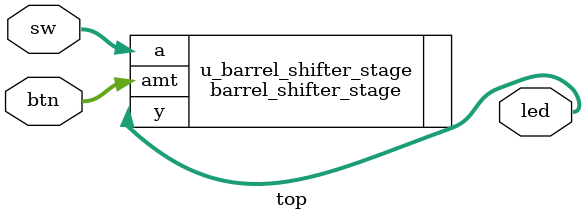
<source format=sv>
module top
    (
        input logic [2:0] btn,
        input logic [7:0] sw,
        output logic [7:0] led
    );

    barrel_shifter_stage u_barrel_shifter_stage
        (.a(sw), .amt(btn), .y(led));

endmodule

</source>
